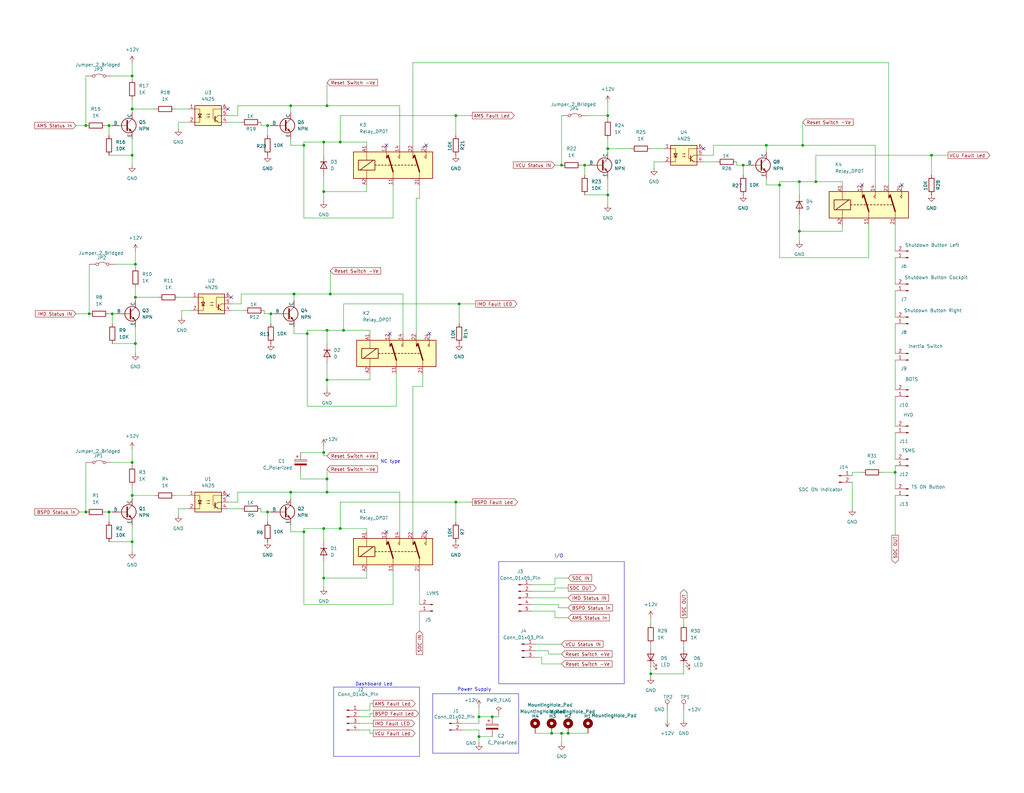
<source format=kicad_sch>
(kicad_sch (version 20231120) (generator "eeschema") (generator_version "8.0")
  (paper "User" 393.7 304.8)
  (title_block (title "SDC Team Urja") (rev "v1") (company "Kathmandu University"))
  (junction (at 34.29 120.65))
  (junction (at 215.9 63.5))
  (junction (at 184.15 275.59))
  (junction (at 313.69 69.85))
  (junction (at 33.02 196.85))
  (junction (at 212.09 281.94))
  (junction (at 124.46 54.61))
  (junction (at 113.03 113.03))
  (junction (at 294.64 55.88))
  (junction (at 104.14 120.65))
  (junction (at 224.79 63.5))
  (junction (at 218.44 281.94))
  (junction (at 125.73 189.23))
  (junction (at 176.53 116.84))
  (junction (at 233.68 74.93))
  (junction (at 127 113.03))
  (junction (at 358.14 59.69))
  (junction (at 41.91 196.85))
  (junction (at 307.34 69.85))
  (junction (at 52.07 132.08))
  (junction (at 308.61 55.88))
  (junction (at 344.17 181.61))
  (junction (at 233.68 44.45))
  (junction (at 50.8 59.69))
  (junction (at 189.23 275.59))
  (junction (at 50.8 41.91))
  (junction (at 118.11 128.27))
  (junction (at 125.73 127))
  (junction (at 50.8 190.5))
  (junction (at 102.87 196.85))
  (junction (at 41.91 48.26))
  (junction (at 233.68 57.15))
  (junction (at 52.07 101.6))
  (junction (at 50.8 208.28))
  (junction (at 50.8 177.8))
  (junction (at 250.19 259.08))
  (junction (at 43.18 120.65))
  (junction (at 50.8 29.21))
  (junction (at 116.84 204.47))
  (junction (at 52.07 114.3))
  (junction (at 175.26 193.04))
  (junction (at 125.73 40.64))
  (junction (at 307.34 88.9))
  (junction (at 184.15 283.21))
  (junction (at 130.81 203.2))
  (junction (at 175.26 44.45))
  (junction (at 130.81 54.61))
  (junction (at 111.76 189.23))
  (junction (at 33.02 48.26))
  (junction (at 125.73 184.15))
  (junction (at 132.08 127))
  (junction (at 116.84 55.88))
  (junction (at 111.76 40.64))
  (junction (at 102.87 48.26))
  (junction (at 125.73 146.05))
  (junction (at 124.46 203.2))
  (junction (at 299.72 71.12))
  (junction (at 124.46 222.25))
  (junction (at 124.46 73.66))
  (junction (at 215.9 281.94))
  (junction (at 285.75 63.5))
  (junction (at 124.46 173.99))
  (no_connect (at 148.59 55.88))
  (no_connect (at 87.63 190.5))
  (no_connect (at 165.1 128.27))
  (no_connect (at 163.83 55.88))
  (no_connect (at 149.86 128.27))
  (no_connect (at 148.59 204.47))
  (no_connect (at 87.63 41.91))
  (no_connect (at 163.83 204.47))
  (no_connect (at 331.47 71.12))
  (no_connect (at 270.51 57.15))
  (no_connect (at 88.9 114.3))
  (no_connect (at 346.71 71.12))
  (wire (pts (xy 210.82 251.46) (xy 210.82 250.19)))
  (wire (pts (xy 256.54 273.05) (xy 256.54 276.86)))
  (wire (pts (xy 43.18 132.08) (xy 52.07 132.08)))
  (wire (pts (xy 115.57 173.99) (xy 124.46 173.99)))
  (wire (pts (xy 50.8 186.69) (xy 50.8 190.5)))
  (wire (pts (xy 130.81 203.2) (xy 130.81 193.04)))
  (wire (pts (xy 233.68 53.34) (xy 233.68 57.15)))
  (wire (pts (xy 125.73 31.75) (xy 125.73 40.64)))
  (wire (pts (xy 142.24 270.51) (xy 143.51 270.51)))
  (wire (pts (xy 124.46 59.69) (xy 124.46 54.61)))
  (wire (pts (xy 125.73 184.15) (xy 125.73 189.23)))
  (wire (pts (xy 224.79 63.5) (xy 226.06 63.5)))
  (wire (pts (xy 323.85 69.85) (xy 323.85 71.12)))
  (wire (pts (xy 50.8 29.21) (xy 50.8 30.48)))
  (wire (pts (xy 102.87 48.26) (xy 104.14 48.26)))
  (wire (pts (xy 283.21 63.5) (xy 285.75 63.5)))
  (wire (pts (xy 212.09 281.94) (xy 215.9 281.94)))
  (wire (pts (xy 294.64 68.58) (xy 294.64 71.12)))
  (wire (pts (xy 100.33 48.26) (xy 100.33 46.99)))
  (wire (pts (xy 154.94 113.03) (xy 154.94 128.27)))
  (wire (pts (xy 204.47 232.41) (xy 214.63 232.41)))
  (wire (pts (xy 130.81 44.45) (xy 175.26 44.45)))
  (wire (pts (xy 142.24 270.51) (xy 142.24 273.05)))
  (wire (pts (xy 140.97 203.2) (xy 140.97 204.47)))
  (wire (pts (xy 130.81 203.2) (xy 140.97 203.2)))
  (wire (pts (xy 29.21 48.26) (xy 33.02 48.26)))
  (wire (pts (xy 41.91 196.85) (xy 43.18 196.85)))
  (wire (pts (xy 153.67 40.64) (xy 153.67 55.88)))
  (wire (pts (xy 327.66 185.42) (xy 327.66 195.58)))
  (wire (pts (xy 151.13 232.41) (xy 116.84 232.41)))
  (wire (pts (xy 251.46 62.23) (xy 251.46 64.77)))
  (wire (pts (xy 87.63 193.04) (xy 91.44 193.04)))
  (wire (pts (xy 41.91 48.26) (xy 43.18 48.26)))
  (wire (pts (xy 50.8 41.91) (xy 50.8 43.18)))
  (wire (pts (xy 50.8 172.72) (xy 50.8 177.8)))
  (wire (pts (xy 87.63 46.99) (xy 92.71 46.99)))
  (wire (pts (xy 138.43 278.13) (xy 143.51 278.13)))
  (wire (pts (xy 124.46 175.26) (xy 125.73 175.26)))
  (wire (pts (xy 213.36 226.06) (xy 213.36 227.33)))
  (wire (pts (xy 142.24 281.94) (xy 143.51 281.94)))
  (wire (pts (xy 102.87 196.85) (xy 102.87 200.66)))
  (wire (pts (xy 142.24 280.67) (xy 138.43 280.67)))
  (wire (pts (xy 41.91 208.28) (xy 50.8 208.28)))
  (wire (pts (xy 124.46 73.66) (xy 124.46 77.47)))
  (wire (pts (xy 307.34 74.93) (xy 307.34 69.85)))
  (wire (pts (xy 250.19 256.54) (xy 250.19 259.08)))
  (wire (pts (xy 344.17 111.76) (xy 344.17 121.92)))
  (wire (pts (xy 50.8 177.8) (xy 50.8 179.07)))
  (wire (pts (xy 102.87 48.26) (xy 102.87 52.07)))
  (wire (pts (xy 115.57 184.15) (xy 125.73 184.15)))
  (wire (pts (xy 124.46 171.45) (xy 124.46 173.99)))
  (wire (pts (xy 336.55 55.88) (xy 336.55 71.12)))
  (wire (pts (xy 132.08 127) (xy 132.08 116.84)))
  (wire (pts (xy 124.46 73.66) (xy 140.97 73.66)))
  (wire (pts (xy 184.15 280.67) (xy 177.8 280.67)))
  (wire (pts (xy 127 113.03) (xy 154.94 113.03)))
  (wire (pts (xy 213.36 237.49) (xy 213.36 234.95)))
  (wire (pts (xy 127 113.03) (xy 113.03 113.03)))
  (wire (pts (xy 184.15 275.59) (xy 189.23 275.59)))
  (wire (pts (xy 29.21 120.65) (xy 34.29 120.65)))
  (wire (pts (xy 68.58 46.99) (xy 68.58 49.53)))
  (wire (pts (xy 233.68 39.37) (xy 233.68 44.45)))
  (wire (pts (xy 204.47 224.79) (xy 213.36 224.79)))
  (wire (pts (xy 161.29 234.95) (xy 161.29 242.57)))
  (wire (pts (xy 160.02 128.27) (xy 160.02 76.2)))
  (wire (pts (xy 142.24 274.32) (xy 142.24 275.59)))
  (wire (pts (xy 132.08 116.84) (xy 176.53 116.84)))
  (wire (pts (xy 125.73 127) (xy 132.08 127)))
  (wire (pts (xy 270.51 59.69) (xy 274.32 59.69)))
  (wire (pts (xy 40.64 48.26) (xy 41.91 48.26)))
  (wire (pts (xy 233.68 57.15) (xy 233.68 58.42)))
  (wire (pts (xy 111.76 40.64) (xy 111.76 43.18)))
  (wire (pts (xy 113.03 125.73) (xy 113.03 128.27)))
  (wire (pts (xy 313.69 69.85) (xy 323.85 69.85)))
  (wire (pts (xy 68.58 195.58) (xy 68.58 198.12)))
  (wire (pts (xy 214.63 233.68) (xy 214.63 232.41)))
  (wire (pts (xy 52.07 101.6) (xy 52.07 102.87)))
  (wire (pts (xy 158.75 148.59) (xy 162.56 148.59)))
  (wire (pts (xy 33.02 29.21) (xy 33.02 48.26)))
  (wire (pts (xy 52.07 96.52) (xy 52.07 101.6)))
  (wire (pts (xy 233.68 57.15) (xy 242.57 57.15)))
  (wire (pts (xy 294.64 71.12) (xy 299.72 71.12)))
  (wire (pts (xy 344.17 166.37) (xy 344.17 176.53)))
  (wire (pts (xy 327.66 181.61) (xy 331.47 181.61)))
  (wire (pts (xy 262.89 259.08) (xy 250.19 259.08)))
  (wire (pts (xy 251.46 62.23) (xy 255.27 62.23)))
  (wire (pts (xy 175.26 44.45) (xy 175.26 52.07)))
  (wire (pts (xy 50.8 24.13) (xy 50.8 29.21)))
  (wire (pts (xy 111.76 201.93) (xy 111.76 204.47)))
  (wire (pts (xy 162.56 143.51) (xy 162.56 148.59)))
  (wire (pts (xy 125.73 40.64) (xy 153.67 40.64)))
  (wire (pts (xy 43.18 29.21) (xy 50.8 29.21)))
  (wire (pts (xy 140.97 54.61) (xy 140.97 55.88)))
  (wire (pts (xy 218.44 237.49) (xy 213.36 237.49)))
  (wire (pts (xy 67.31 190.5) (xy 72.39 190.5)))
  (wire (pts (xy 250.19 247.65) (xy 250.19 248.92)))
  (wire (pts (xy 142.24 274.32) (xy 143.51 274.32)))
  (wire (pts (xy 116.84 204.47) (xy 116.84 232.41)))
  (wire (pts (xy 30.48 196.85) (xy 33.02 196.85)))
  (wire (pts (xy 175.26 193.04) (xy 181.61 193.04)))
  (wire (pts (xy 270.51 62.23) (xy 275.59 62.23)))
  (wire (pts (xy 91.44 44.45) (xy 91.44 40.64)))
  (wire (pts (xy 43.18 177.8) (xy 50.8 177.8)))
  (wire (pts (xy 52.07 114.3) (xy 52.07 115.57)))
  (wire (pts (xy 50.8 38.1) (xy 50.8 41.91)))
  (wire (pts (xy 68.58 114.3) (xy 73.66 114.3)))
  (wire (pts (xy 218.44 222.25) (xy 213.36 222.25)))
  (wire (pts (xy 125.73 139.7) (xy 125.73 146.05)))
  (wire (pts (xy 52.07 132.08) (xy 52.07 135.89)))
  (wire (pts (xy 218.44 226.06) (xy 213.36 226.06)))
  (wire (pts (xy 184.15 278.13) (xy 177.8 278.13)))
  (wire (pts (xy 111.76 55.88) (xy 116.84 55.88)))
  (wire (pts (xy 125.73 132.08) (xy 125.73 127)))
  (wire (pts (xy 213.36 63.5) (xy 215.9 63.5)))
  (wire (pts (xy 52.07 110.49) (xy 52.07 114.3)))
  (wire (pts (xy 104.14 120.65) (xy 104.14 124.46)))
  (wire (pts (xy 161.29 219.71) (xy 161.29 232.41)))
  (wire (pts (xy 111.76 53.34) (xy 111.76 55.88)))
  (wire (pts (xy 226.06 44.45) (xy 233.68 44.45)))
  (wire (pts (xy 100.33 48.26) (xy 102.87 48.26)))
  (wire (pts (xy 91.44 40.64) (xy 111.76 40.64)))
  (wire (pts (xy 124.46 203.2) (xy 130.81 203.2)))
  (wire (pts (xy 118.11 128.27) (xy 118.11 156.21)))
  (wire (pts (xy 104.14 120.65) (xy 105.41 120.65)))
  (wire (pts (xy 125.73 40.64) (xy 111.76 40.64)))
  (wire (pts (xy 262.89 247.65) (xy 262.89 248.92)))
  (wire (pts (xy 69.85 119.38) (xy 73.66 119.38)))
  (wire (pts (xy 323.85 88.9) (xy 323.85 86.36)))
  (wire (pts (xy 223.52 63.5) (xy 224.79 63.5)))
  (wire (pts (xy 205.74 247.65) (xy 215.9 247.65)))
  (wire (pts (xy 140.97 73.66) (xy 140.97 71.12)))
  (wire (pts (xy 130.81 54.61) (xy 140.97 54.61)))
  (wire (pts (xy 307.34 88.9) (xy 307.34 92.71)))
  (wire (pts (xy 204.47 227.33) (xy 213.36 227.33)))
  (wire (pts (xy 158.75 55.88) (xy 158.75 24.13)))
  (wire (pts (xy 91.44 189.23) (xy 111.76 189.23)))
  (wire (pts (xy 307.34 88.9) (xy 323.85 88.9)))
  (wire (pts (xy 116.84 203.2) (xy 116.84 204.47)))
  (wire (pts (xy 41.91 59.69) (xy 50.8 59.69)))
  (wire (pts (xy 118.11 127) (xy 125.73 127)))
  (wire (pts (xy 116.84 203.2) (xy 124.46 203.2)))
  (wire (pts (xy 215.9 281.94) (xy 215.9 285.75)))
  (wire (pts (xy 204.47 234.95) (xy 213.36 234.95)))
  (wire (pts (xy 344.17 181.61) (xy 344.17 187.96)))
  (wire (pts (xy 205.74 281.94) (xy 212.09 281.94)))
  (wire (pts (xy 307.34 69.85) (xy 313.69 69.85)))
  (wire (pts (xy 184.15 285.75) (xy 184.15 283.21)))
  (wire (pts (xy 285.75 63.5) (xy 287.02 63.5)))
  (wire (pts (xy 205.74 250.19) (xy 210.82 250.19)))
  (wire (pts (xy 125.73 189.23) (xy 153.67 189.23)))
  (wire (pts (xy 308.61 55.88) (xy 294.64 55.88)))
  (wire (pts (xy 50.8 41.91) (xy 59.69 41.91)))
  (wire (pts (xy 88.9 116.84) (xy 92.71 116.84)))
  (wire (pts (xy 118.11 127) (xy 118.11 128.27)))
  (wire (pts (xy 101.6 120.65) (xy 101.6 119.38)))
  (wire (pts (xy 124.46 173.99) (xy 124.46 175.26)))
  (wire (pts (xy 189.23 275.59) (xy 191.77 275.59)))
  (wire (pts (xy 43.18 120.65) (xy 44.45 120.65)))
  (wire (pts (xy 175.26 44.45) (xy 181.61 44.45)))
  (wire (pts (xy 111.76 204.47) (xy 116.84 204.47)))
  (wire (pts (xy 125.73 189.23) (xy 111.76 189.23)))
  (wire (pts (xy 50.8 190.5) (xy 50.8 191.77)))
  (wire (pts (xy 262.89 273.05) (xy 262.89 276.86)))
  (wire (pts (xy 307.34 82.55) (xy 307.34 88.9)))
  (wire (pts (xy 125.73 146.05) (xy 142.24 146.05)))
  (wire (pts (xy 100.33 196.85) (xy 102.87 196.85)))
  (wire (pts (xy 160.02 76.2) (xy 161.29 76.2)))
  (wire (pts (xy 215.9 255.27) (xy 208.28 255.27)))
  (wire (pts (xy 100.33 196.85) (xy 100.33 195.58)))
  (wire (pts (xy 250.19 57.15) (xy 255.27 57.15)))
  (wire (pts (xy 34.29 101.6) (xy 34.29 120.65)))
  (wire (pts (xy 334.01 86.36) (xy 334.01 99.06)))
  (wire (pts (xy 142.24 275.59) (xy 138.43 275.59)))
  (wire (pts (xy 294.64 55.88) (xy 294.64 58.42)))
  (wire (pts (xy 124.46 222.25) (xy 140.97 222.25)))
  (wire (pts (xy 344.17 152.4) (xy 344.17 163.83)))
  (wire (pts (xy 184.15 275.59) (xy 184.15 278.13)))
  (wire (pts (xy 125.73 146.05) (xy 125.73 149.86)))
  (wire (pts (xy 250.19 259.08) (xy 250.19 260.35)))
  (wire (pts (xy 313.69 69.85) (xy 313.69 59.69)))
  (wire (pts (xy 215.9 44.45) (xy 215.9 63.5)))
  (wire (pts (xy 215.9 281.94) (xy 218.44 281.94)))
  (wire (pts (xy 262.89 237.49) (xy 262.89 240.03)))
  (wire (pts (xy 67.31 41.91) (xy 72.39 41.91)))
  (wire (pts (xy 115.57 181.61) (xy 115.57 184.15)))
  (wire (pts (xy 50.8 208.28) (xy 50.8 212.09)))
  (wire (pts (xy 116.84 55.88) (xy 116.84 83.82)))
  (wire (pts (xy 158.75 24.13) (xy 341.63 24.13)))
  (wire (pts (xy 334.01 99.06) (xy 299.72 99.06)))
  (wire (pts (xy 50.8 53.34) (xy 50.8 59.69)))
  (wire (pts (xy 132.08 127) (xy 142.24 127)))
  (wire (pts (xy 130.81 54.61) (xy 130.81 44.45)))
  (wire (pts (xy 218.44 281.94) (xy 226.06 281.94)))
  (wire (pts (xy 102.87 196.85) (xy 104.14 196.85)))
  (wire (pts (xy 116.84 54.61) (xy 124.46 54.61)))
  (wire (pts (xy 41.91 120.65) (xy 43.18 120.65)))
  (wire (pts (xy 111.76 189.23) (xy 111.76 191.77)))
  (wire (pts (xy 151.13 219.71) (xy 151.13 232.41)))
  (wire (pts (xy 308.61 46.99) (xy 308.61 55.88)))
  (wire (pts (xy 299.72 71.12) (xy 299.72 99.06)))
  (wire (pts (xy 153.67 189.23) (xy 153.67 204.47)))
  (wire (pts (xy 299.72 69.85) (xy 299.72 71.12)))
  (wire (pts (xy 274.32 55.88) (xy 294.64 55.88)))
  (wire (pts (xy 124.46 54.61) (xy 130.81 54.61)))
  (wire (pts (xy 68.58 46.99) (xy 72.39 46.99)))
  (wire (pts (xy 41.91 48.26) (xy 41.91 52.07)))
  (wire (pts (xy 213.36 222.25) (xy 213.36 224.79)))
  (wire (pts (xy 358.14 59.69) (xy 364.49 59.69)))
  (wire (pts (xy 344.17 205.74) (xy 344.17 190.5)))
  (wire (pts (xy 161.29 71.12) (xy 161.29 76.2)))
  (wire (pts (xy 50.8 201.93) (xy 50.8 208.28)))
  (wire (pts (xy 344.17 124.46) (xy 344.17 135.89)))
  (wire (pts (xy 113.03 128.27) (xy 118.11 128.27)))
  (wire (pts (xy 184.15 283.21) (xy 184.15 280.67)))
  (wire (pts (xy 151.13 71.12) (xy 151.13 83.82)))
  (wire (pts (xy 124.46 222.25) (xy 124.46 226.06)))
  (wire (pts (xy 233.68 74.93) (xy 233.68 78.74)))
  (wire (pts (xy 176.53 116.84) (xy 182.88 116.84)))
  (wire (pts (xy 88.9 119.38) (xy 93.98 119.38)))
  (wire (pts (xy 299.72 69.85) (xy 307.34 69.85)))
  (wire (pts (xy 204.47 229.87) (xy 218.44 229.87)))
  (wire (pts (xy 218.44 233.68) (xy 214.63 233.68)))
  (wire (pts (xy 50.8 190.5) (xy 59.69 190.5)))
  (wire (pts (xy 113.03 113.03) (xy 113.03 115.57)))
  (wire (pts (xy 152.4 143.51) (xy 152.4 156.21)))
  (wire (pts (xy 87.63 195.58) (xy 92.71 195.58)))
  (wire (pts (xy 341.63 24.13) (xy 341.63 71.12)))
  (wire (pts (xy 191.77 274.32) (xy 191.77 275.59)))
  (wire (pts (xy 208.28 255.27) (xy 208.28 252.73)))
  (wire (pts (xy 43.18 120.65) (xy 43.18 124.46)))
  (wire (pts (xy 250.19 237.49) (xy 250.19 240.03)))
  (wire (pts (xy 91.44 193.04) (xy 91.44 189.23)))
  (wire (pts (xy 262.89 256.54) (xy 262.89 259.08)))
  (wire (pts (xy 124.46 67.31) (xy 124.46 73.66)))
  (wire (pts (xy 283.21 63.5) (xy 283.21 62.23)))
  (wire (pts (xy 142.24 281.94) (xy 142.24 280.67)))
  (wire (pts (xy 233.68 44.45) (xy 233.68 45.72)))
  (wire (pts (xy 215.9 251.46) (xy 210.82 251.46)))
  (wire (pts (xy 224.79 63.5) (xy 224.79 67.31)))
  (wire (pts (xy 176.53 116.84) (xy 176.53 124.46)))
  (wire (pts (xy 205.74 252.73) (xy 208.28 252.73)))
  (wire (pts (xy 41.91 196.85) (xy 41.91 200.66)))
  (wire (pts (xy 92.71 116.84) (xy 92.71 113.03)))
  (wire (pts (xy 40.64 196.85) (xy 41.91 196.85)))
  (wire (pts (xy 116.84 54.61) (xy 116.84 55.88)))
  (wire (pts (xy 274.32 59.69) (xy 274.32 55.88)))
  (wire (pts (xy 344.17 179.07) (xy 344.17 181.61)))
  (wire (pts (xy 69.85 119.38) (xy 69.85 121.92)))
  (wire (pts (xy 142.24 146.05) (xy 142.24 143.51)))
  (wire (pts (xy 151.13 83.82) (xy 116.84 83.82)))
  (wire (pts (xy 33.02 177.8) (xy 33.02 196.85)))
  (wire (pts (xy 44.45 101.6) (xy 52.07 101.6)))
  (wire (pts (xy 124.46 215.9) (xy 124.46 222.25)))
  (wire (pts (xy 344.17 99.06) (xy 344.17 109.22)))
  (wire (pts (xy 130.81 193.04) (xy 175.26 193.04)))
  (wire (pts (xy 285.75 63.5) (xy 285.75 67.31)))
  (wire (pts (xy 308.61 55.88) (xy 336.55 55.88)))
  (wire (pts (xy 142.24 127) (xy 142.24 128.27)))
  (wire (pts (xy 87.63 44.45) (xy 91.44 44.45)))
  (wire (pts (xy 339.09 181.61) (xy 344.17 181.61)))
  (wire (pts (xy 50.8 59.69) (xy 50.8 63.5)))
  (wire (pts (xy 125.73 180.34) (xy 125.73 184.15)))
  (wire (pts (xy 101.6 120.65) (xy 104.14 120.65)))
  (wire (pts (xy 344.17 86.36) (xy 344.17 96.52)))
  (wire (pts (xy 52.07 125.73) (xy 52.07 132.08)))
  (wire (pts (xy 233.68 68.58) (xy 233.68 74.93)))
  (wire (pts (xy 52.07 114.3) (xy 60.96 114.3)))
  (wire (pts (xy 327.66 181.61) (xy 327.66 182.88)))
  (wire (pts (xy 313.69 59.69) (xy 358.14 59.69)))
  (wire (pts (xy 184.15 283.21) (xy 189.23 283.21)))
  (wire (pts (xy 68.58 195.58) (xy 72.39 195.58)))
  (wire (pts (xy 140.97 222.25) (xy 140.97 219.71)))
  (wire (pts (xy 92.71 113.03) (xy 113.03 113.03)))
  (wire (pts (xy 184.15 271.78) (xy 184.15 275.59)))
  (wire (pts (xy 142.24 273.05) (xy 138.43 273.05)))
  (wire (pts (xy 127 104.14) (xy 127 113.03)))
  (wire (pts (xy 124.46 208.28) (xy 124.46 203.2)))
  (wire (pts (xy 158.75 204.47) (xy 158.75 148.59)))
  (wire (pts (xy 175.26 193.04) (xy 175.26 200.66)))
  (wire (pts (xy 358.14 59.69) (xy 358.14 67.31)))
  (wire (pts (xy 224.79 74.93) (xy 233.68 74.93)))
  (wire (pts (xy 344.17 138.43) (xy 344.17 149.86)))
  (wire (pts (xy 152.4 156.21) (xy 118.11 156.21)))
  (rectangle (start 191.77 215.9) (end 240.03 262.89))
  (rectangle (start 166.37 266.7) (end 199.39 289.56))
  (rectangle (start 128.27 264.16) (end 161.29 290.83))
  (text "NC type\n" (at 150.114 177.546 0) (effects (font (size 1.27 1.27))))
  (text "I/O\n" (at 214.884 213.868 0) (effects (font (size 1.27 1.27))))
  (text "Dashboard Led" (at 143.764 263.144 0) (effects (font (size 1.27 1.27))))
  (text "Power Supply\n" (at 182.372 265.176 0) (effects (font (size 1.27 1.27))))
  (global_label "AMS Fault Led" (shape output) (at 181.61 44.45 0) (property "Intersheetrefs" "${INTERSHEET_REFS}" (effects (hide yes))))
  (global_label "IMD Status IN" (shape input) (at 29.21 120.65 180) (property "Intersheetrefs" "${INTERSHEET_REFS}" (effects (hide yes))))
  (global_label "BSPD Fault Led" (shape output) (at 181.61 193.04 0) (property "Intersheetrefs" "${INTERSHEET_REFS}" (effects (hide yes))))
  (global_label "SDC IN" (shape input) (at 218.44 222.25 0) (property "Intersheetrefs" "${INTERSHEET_REFS}" (effects (hide yes))))
  (global_label "BSPD Fault Led" (shape output) (at 143.51 274.32 0) (property "Intersheetrefs" "${INTERSHEET_REFS}" (effects (hide yes))))
  (global_label "Reset Switch -Ve" (shape input) (at 127 104.14 0) (property "Intersheetrefs" "${INTERSHEET_REFS}" (effects (hide yes))))
  (global_label "Reset Switch -Ve" (shape input) (at 125.73 180.34 0) (property "Intersheetrefs" "${INTERSHEET_REFS}" (effects (hide yes))))
  (global_label "VCU Fault Led" (shape output) (at 364.49 59.69 0) (property "Intersheetrefs" "${INTERSHEET_REFS}" (effects (hide yes))))
  (global_label "AMS Status In" (shape input) (at 218.44 237.49 0) (property "Intersheetrefs" "${INTERSHEET_REFS}" (effects (hide yes))))
  (global_label "VCU Status IN" (shape input) (at 215.9 247.65 0) (property "Intersheetrefs" "${INTERSHEET_REFS}" (effects (hide yes))))
  (global_label "IMD Status IN" (shape input) (at 218.44 229.87 0) (property "Intersheetrefs" "${INTERSHEET_REFS}" (effects (hide yes))))
  (global_label "BSPD Status in" (shape input) (at 30.48 196.85 180) (property "Intersheetrefs" "${INTERSHEET_REFS}" (effects (hide yes))))
  (global_label "Reset Switch -Ve" (shape input) (at 308.61 46.99 0) (property "Intersheetrefs" "${INTERSHEET_REFS}" (effects (hide yes))))
  (global_label "VCU Fault Led" (shape output) (at 143.51 281.94 0) (property "Intersheetrefs" "${INTERSHEET_REFS}" (effects (hide yes))))
  (global_label "AMS Fault Led" (shape output) (at 143.51 270.51 0) (property "Intersheetrefs" "${INTERSHEET_REFS}" (effects (hide yes))))
  (global_label "IMD Fault LED" (shape output) (at 143.51 278.13 0) (property "Intersheetrefs" "${INTERSHEET_REFS}" (effects (hide yes))))
  (global_label "Reset Switch -Ve" (shape input) (at 125.73 31.75 0) (property "Intersheetrefs" "${INTERSHEET_REFS}" (effects (hide yes))))
  (global_label "SDC OUT" (shape output) (at 262.89 237.49 90) (property "Intersheetrefs" "${INTERSHEET_REFS}" (effects (hide yes))))
  (global_label "VCU Status IN" (shape input) (at 213.36 63.5 180) (property "Intersheetrefs" "${INTERSHEET_REFS}" (effects (hide yes))))
  (global_label "Reset Switch +Ve" (shape input) (at 125.73 175.26 0) (property "Intersheetrefs" "${INTERSHEET_REFS}" (effects (hide yes))))
  (global_label "Reset Switch -Ve" (shape input) (at 215.9 255.27 0) (property "Intersheetrefs" "${INTERSHEET_REFS}" (effects (hide yes))))
  (global_label "AMS Status In" (shape input) (at 29.21 48.26 180) (property "Intersheetrefs" "${INTERSHEET_REFS}" (effects (hide yes))))
  (global_label "BSPD Status in" (shape input) (at 218.44 233.68 0) (property "Intersheetrefs" "${INTERSHEET_REFS}" (effects (hide yes))))
  (global_label "Reset Switch +Ve" (shape input) (at 215.9 251.46 0) (property "Intersheetrefs" "${INTERSHEET_REFS}" (effects (hide yes))))
  (global_label "SDC OUT" (shape output) (at 218.44 226.06 0) (property "Intersheetrefs" "${INTERSHEET_REFS}" (effects (hide yes))))
  (global_label "SDC OUT" (shape output) (at 344.17 205.74 270) (property "Intersheetrefs" "${INTERSHEET_REFS}" (effects (hide yes))))
  (global_label "SDC IN" (shape input) (at 161.29 242.57 270) (property "Intersheetrefs" "${INTERSHEET_REFS}" (effects (hide yes))))
  (global_label "IMD Fault LED" (shape output) (at 182.88 116.84 0) (property "Intersheetrefs" "${INTERSHEET_REFS}" (effects (hide yes))))
  (symbol (lib_id "Connector:Conn_01x02_Pin") (at 349.25 111.76 180) (unit 1)
    (property "Reference" "J7" (at 347.472 115.062 0))
    (property "Value" "Shutdown Button Cockpit" (at 359.918 106.68 0))
    (property "Footprint" "Connector_PinHeader_2.54mm:PinHeader_1x02_P2.54mm_Vertical" (effects (hide yes)))
    (property "Description" "Generic connector, single row, 01x02, script generated" (effects (hide yes)))
  )
  (symbol (lib_id "power:GND") (at 102.87 59.69 0) (unit 1)
    (property "Reference" "#PWR021" (effects (hide yes)))
    (property "Value" "GND" (at 102.87 64.77 0))
    (property "Description" "Power symbol creates a global label with name \"GND\" , ground" (effects (hide yes)))
  )
  (symbol (lib_id "Device:LED") (at 262.89 252.73 90) (unit 1)
    (property "Reference" "D6" (at 266.7 253.0474 90) (effects (justify right)))
    (property "Value" "LED" (at 266.7 255.5874 90) (effects (justify right)))
    (property "Footprint" "LED_THT:LED_D4.0mm" (effects (hide yes)))
    (property "Description" "Light emitting diode" (effects (hide yes)))
  )
  (symbol (lib_id "Device:R") (at 96.52 46.99 270) (unit 1)
    (property "Reference" "R19" (at 96.52 49.53 90))
    (property "Value" "1K" (at 96.266 44.704 90))
    (property "Footprint" "Resistor_THT:R_Axial_DIN0207_L6.3mm_D2.5mm_P7.62mm_Horizontal" (effects (hide yes)))
    (property "Description" "Resistor" (effects (hide yes)))
  )
  (symbol (lib_id "Connector:Conn_01x05_Pin") (at 199.39 229.87 0) (unit 1)
    (property "Reference" "J3" (at 200.025 219.71 0))
    (property "Value" "Conn_01x05_Pin" (at 200.025 222.25 0))
    (property "Footprint" "Connector_PinHeader_2.54mm:PinHeader_1x05_P2.54mm_Vertical" (effects (hide yes)))
    (property "Description" "Generic connector, single row, 01x05, script generated" (effects (hide yes)))
  )
  (symbol (lib_id "Device:C_Polarized") (at 115.57 177.8 0) (unit 1)
    (property "Reference" "C1" (at 106.934 177.292 0) (effects (justify left)))
    (property "Value" "C_Polarized" (at 101.092 179.832 0) (effects (justify left)))
    (property "Footprint" "Capacitor_THT:CP_Radial_D12.5mm_P7.50mm" (effects (hide yes)))
    (property "Description" "Polarized capacitor" (effects (hide yes)))
  )
  (symbol (lib_id "Connector:Conn_01x02_Pin") (at 349.25 166.37 180) (unit 1)
    (property "Reference" "J11" (at 347.472 169.672 0))
    (property "Value" "HVD" (at 349.25 159.512 0))
    (property "Footprint" "Connector_PinHeader_2.54mm:PinHeader_1x02_P2.54mm_Vertical" (effects (hide yes)))
    (property "Description" "Generic connector, single row, 01x02, script generated" (effects (hide yes)))
  )
  (symbol (lib_id "Device:R") (at 102.87 55.88 0) (unit 1)
    (property "Reference" "R20" (at 98.552 56.134 0) (effects (justify left)))
    (property "Value" "10K" (at 105.156 55.88 0) (effects (justify left)))
    (property "Footprint" "Resistor_THT:R_Axial_DIN0207_L6.3mm_D2.5mm_P7.62mm_Horizontal" (effects (hide yes)))
    (property "Description" "Resistor" (effects (hide yes)))
  )
  (symbol (lib_id "Device:R") (at 36.83 48.26 90) (unit 1)
    (property "Reference" "R15" (at 36.83 41.91 90))
    (property "Value" "1K" (at 36.83 44.45 90))
    (property "Footprint" "Resistor_THT:R_Axial_DIN0207_L6.3mm_D2.5mm_P7.62mm_Horizontal" (effects (hide yes)))
    (property "Description" "Resistor" (effects (hide yes)))
  )
  (symbol (lib_id "Relay:Relay_DPDT") (at 151.13 212.09 0) (unit 1)
    (property "Reference" "K1" (at 138.176 196.596 0) (effects (justify left)))
    (property "Value" "Relay_DPDT" (at 138.176 199.136 0) (effects (justify left)))
    (property "Footprint" "Relay_THT:Relay_DPDT_Finder_40.52" (effects (hide yes)))
    (property "Description" "Monostable Relay DPDT, EN50005 " (effects (hide yes)))
  )
  (symbol (lib_id "Connector:Conn_01x02_Pin") (at 322.58 182.88 0) (unit 1)
    (property "Reference" "J14" (at 324.358 179.578 0))
    (property "Value" "SDC ON Indicator" (at 315.468 188.214 0))
    (property "Footprint" "Connector_PinHeader_2.54mm:PinHeader_1x02_P2.54mm_Vertical" (effects (hide yes)))
    (property "Description" "Generic connector, single row, 01x02, script generated" (effects (hide yes)))
  )
  (symbol (lib_id "Connector:Conn_01x04_Pin") (at 133.35 275.59 0) (unit 1)
    (property "Reference" "J2" (at 138.684 265.176 0))
    (property "Value" "Conn_01x04_Pin" (at 137.668 266.954 0))
    (property "Footprint" "Connector_PinHeader_2.54mm:PinHeader_1x04_P2.54mm_Vertical" (effects (hide yes)))
    (property "Description" "Generic connector, single row, 01x04, script generated" (effects (hide yes)))
  )
  (symbol (lib_id "power:GND") (at 125.73 149.86 0) (unit 1)
    (property "Reference" "#PWR015" (effects (hide yes)))
    (property "Value" "GND" (at 125.73 154.94 0))
    (property "Description" "Power symbol creates a global label with name \"GND\" , ground" (effects (hide yes)))
  )
  (symbol (lib_id "Isolator:4N25") (at 81.28 116.84 0) (unit 1)
    (property "Reference" "U2" (at 81.28 107.95 0))
    (property "Value" "4N25" (at 81.28 110.49 0))
    (property "Footprint" "Package_DIP:DIP-6_W7.62mm" (effects (hide yes)))
    (property "Datasheet" "https://www.vishay.com/docs/83725/4n25.pdf" (effects (hide yes)))
    (property "Description" "DC Optocoupler Base Connected, Vce 30V, CTR 20%, Viso 2500V, DIP6" (effects (hide yes)))
  )
  (symbol (lib_id "Device:R") (at 63.5 190.5 270) (unit 1)
    (property "Reference" "R4" (at 63.5 184.15 90))
    (property "Value" "1K" (at 63.5 186.69 90))
    (property "Footprint" "Resistor_THT:R_Axial_DIN0207_L6.3mm_D2.5mm_P7.62mm_Horizontal" (effects (hide yes)))
    (property "Description" "Resistor" (effects (hide yes)))
  )
  (symbol (lib_id "Device:R") (at 63.5 41.91 270) (unit 1)
    (property "Reference" "R18" (at 63.5 35.56 90))
    (property "Value" "1K" (at 63.5 38.1 90))
    (property "Footprint" "Resistor_THT:R_Axial_DIN0207_L6.3mm_D2.5mm_P7.62mm_Horizontal" (effects (hide yes)))
    (property "Description" "Resistor" (effects (hide yes)))
  )
  (symbol (lib_id "Connector:Conn_01x02_Pin") (at 172.72 278.13 0) (unit 1)
    (property "Reference" "J1" (at 175.26 273.304 0))
    (property "Value" "Conn_01x02_Pin" (at 174.752 275.59 0))
    (property "Footprint" "Connector_PinHeader_2.54mm:PinHeader_1x02_P2.54mm_Vertical" (effects (hide yes)))
    (property "Description" "Generic connector, single row, 01x02, script generated" (effects (hide yes)))
  )
  (symbol (lib_id "Device:LED") (at 250.19 252.73 90) (unit 1)
    (property "Reference" "D5" (at 254 253.0474 90) (effects (justify right)))
    (property "Value" "LED" (at 254 255.5874 90) (effects (justify right)))
    (property "Footprint" "LED_THT:LED_D4.0mm" (effects (hide yes)))
    (property "Description" "Light emitting diode" (effects (hide yes)))
  )
  (symbol (lib_id "Device:D") (at 124.46 212.09 270) (unit 1)
    (property "Reference" "D1" (at 127 210.8199 90) (effects (justify left)))
    (property "Value" "D" (at 127 213.3599 90) (effects (justify left)))
    (property "Footprint" "Diode_THT:D_A-405_P7.62mm_Horizontal" (effects (hide yes)))
    (property "Description" "Diode" (effects (hide yes)))
    (property "Sim.Device" "D" (effects (hide yes)))
    (property "Sim.Pins" "1=K 2=A" (effects (hide yes)))
  )
  (symbol (lib_id "Connector:Conn_01x02_Pin") (at 349.25 99.06 180) (unit 1)
    (property "Reference" "J6" (at 347.472 102.362 0))
    (property "Value" "Shutdown Button Left" (at 358.394 94.234 0))
    (property "Footprint" "Connector_PinHeader_2.54mm:PinHeader_1x02_P2.54mm_Vertical" (effects (hide yes)))
    (property "Description" "Generic connector, single row, 01x02, script generated" (effects (hide yes)))
  )
  (symbol (lib_id "Device:R") (at 175.26 55.88 0) (unit 1)
    (property "Reference" "R21" (at 177.8 55.88 90))
    (property "Value" "10K" (at 172.974 56.134 90))
    (property "Footprint" "Resistor_THT:R_Axial_DIN0207_L6.3mm_D2.5mm_P7.62mm_Horizontal" (effects (hide yes)))
    (property "Description" "Resistor" (effects (hide yes)))
  )
  (symbol (lib_id "Connector:Conn_01x02_Pin") (at 349.25 179.07 180) (unit 1)
    (property "Reference" "J12" (at 347.472 182.372 0))
    (property "Value" "TSMS" (at 349.25 173.228 0))
    (property "Footprint" "Connector_PinHeader_2.54mm:PinHeader_1x02_P2.54mm_Vertical" (effects (hide yes)))
    (property "Description" "Generic connector, single row, 01x02, script generated" (effects (hide yes)))
  )
  (symbol (lib_id "Device:R") (at 97.79 119.38 270) (unit 1)
    (property "Reference" "R12" (at 97.79 121.92 90))
    (property "Value" "1K" (at 97.536 117.094 90))
    (property "Footprint" "Resistor_THT:R_Axial_DIN0207_L6.3mm_D2.5mm_P7.62mm_Horizontal" (effects (hide yes)))
    (property "Description" "Resistor" (effects (hide yes)))
  )
  (symbol (lib_id "power:PWR_FLAG") (at 191.77 274.32 0) (unit 1)
    (property "Reference" "#FLG01" (effects (hide yes)))
    (property "Value" "PWR_FLAG" (at 191.77 269.24 0))
    (property "Description" "Special symbol for telling ERC where power comes from" (effects (hide yes)))
  )
  (symbol (lib_id "power:GND") (at 124.46 77.47 0) (unit 1)
    (property "Reference" "#PWR023" (effects (hide yes)))
    (property "Value" "GND" (at 124.46 82.55 0))
    (property "Description" "Power symbol creates a global label with name \"GND\" , ground" (effects (hide yes)))
  )
  (symbol (lib_id "Device:R") (at 246.38 57.15 270) (unit 1)
    (property "Reference" "R25" (at 246.38 50.8 90))
    (property "Value" "1K" (at 246.38 53.34 90))
    (property "Footprint" "Resistor_THT:R_Axial_DIN0207_L6.3mm_D2.5mm_P7.62mm_Horizontal" (effects (hide yes)))
    (property "Description" "Resistor" (effects (hide yes)))
  )
  (symbol (lib_id "Connector:TestPoint") (at 262.89 273.05 0) (unit 1)
    (property "Reference" "TP1" (at 261.62 267.97 0) (effects (justify left)))
    (property "Value" "+12V" (at 264.16 272.796 0) (effects (justify left)))
    (property "Footprint" "TestPoint:TestPoint_Pad_1.0x1.0mm" (effects (hide yes)))
    (property "Description" "test point" (effects (hide yes)))
  )
  (symbol (lib_id "power:GND") (at 215.9 285.75 0) (mirror y) (unit 1)
    (property "Reference" "#PWR020" (effects (hide yes)))
    (property "Value" "GND" (at 215.9 290.83 0))
    (property "Description" "Power symbol creates a global label with name \"GND\" , ground" (effects (hide yes)))
  )
  (symbol (lib_id "Jumper:Jumper_2_Bridged") (at 39.37 101.6 0) (unit 1) (exclude_from_sim yes)
    (property "Reference" "JP2" (at 39.116 99.06 0))
    (property "Value" "Jumper_2_Bridged" (at 38.862 97.282 0))
    (property "Footprint" "Connector_PinHeader_2.54mm:PinHeader_1x02_P2.54mm_Vertical" (effects (hide yes)))
    (property "Description" "Jumper, 2-pole, closed/bridged" (effects (hide yes)))
  )
  (symbol (lib_id "Device:R") (at 175.26 204.47 0) (unit 1)
    (property "Reference" "R7" (at 177.8 204.47 90))
    (property "Value" "10K" (at 172.974 204.724 90))
    (property "Footprint" "Resistor_THT:R_Axial_DIN0207_L6.3mm_D2.5mm_P7.62mm_Horizontal" (effects (hide yes)))
    (property "Description" "Resistor" (effects (hide yes)))
  )
  (symbol (lib_id "power:GND") (at 251.46 64.77 0) (unit 1)
    (property "Reference" "#PWR029" (effects (hide yes)))
    (property "Value" "GND" (at 251.46 69.85 0))
    (property "Description" "Power symbol creates a global label with name \"GND\" , ground" (effects (hide yes)))
  )
  (symbol (lib_id "power:GND") (at 175.26 208.28 0) (unit 1)
    (property "Reference" "#PWR05" (effects (hide yes)))
    (property "Value" "GND" (at 175.26 213.36 0))
    (property "Description" "Power symbol creates a global label with name \"GND\" , ground" (effects (hide yes)))
  )
  (symbol (lib_id "Jumper:Jumper_2_Bridged") (at 38.1 177.8 0) (unit 1) (exclude_from_sim yes)
    (property "Reference" "JP1" (at 37.846 175.26 0))
    (property "Value" "Jumper_2_Bridged" (at 37.592 173.482 0))
    (property "Footprint" "Connector_PinHeader_2.54mm:PinHeader_1x02_P2.54mm_Vertical" (effects (hide yes)))
    (property "Description" "Jumper, 2-pole, closed/bridged" (effects (hide yes)))
  )
  (symbol (lib_id "Device:R") (at 279.4 62.23 270) (unit 1)
    (property "Reference" "R26" (at 279.4 64.77 90))
    (property "Value" "1K" (at 279.146 59.944 90))
    (property "Footprint" "Resistor_THT:R_Axial_DIN0207_L6.3mm_D2.5mm_P7.62mm_Horizontal" (effects (hide yes)))
    (property "Description" "Resistor" (effects (hide yes)))
  )
  (symbol (lib_id "power:GND") (at 285.75 74.93 0) (unit 1)
    (property "Reference" "#PWR030" (effects (hide yes)))
    (property "Value" "GND" (at 285.75 80.01 0))
    (property "Description" "Power symbol creates a global label with name \"GND\" , ground" (effects (hide yes)))
  )
  (symbol (lib_id "Isolator:4N25") (at 262.89 59.69 0) (unit 1)
    (property "Reference" "U4" (at 262.89 50.8 0))
    (property "Value" "4N25" (at 262.89 53.34 0))
    (property "Footprint" "Package_DIP:DIP-6_W7.62mm" (effects (hide yes)))
    (property "Datasheet" "https://www.vishay.com/docs/83725/4n25.pdf" (effects (hide yes)))
    (property "Description" "DC Optocoupler Base Connected, Vce 30V, CTR 20%, Viso 2500V, DIP6" (effects (hide yes)))
  )
  (symbol (lib_id "Simulation_SPICE:NPN") (at 109.22 48.26 0) (unit 1)
    (property "Reference" "Q6" (at 114.3 46.9899 0) (effects (justify left)))
    (property "Value" "NPN" (at 114.3 49.5299 0) (effects (justify left)))
    (property "Footprint" "Package_TO_SOT_THT:TO-92_Inline_Wide" (effects (hide yes)))
    (property "Datasheet" "https://ngspice.sourceforge.io/docs/ngspice-html-manual/manual.xhtml#cha_BJTs" (effects (hide yes)))
    (property "Description" "Bipolar transistor symbol for simulation only, substrate tied to the emitter" (effects (hide yes)))
    (property "Sim.Device" "NPN" (effects (hide yes)))
    (property "Sim.Type" "GUMMELPOON" (effects (hide yes)))
    (property "Sim.Pins" "1=C 2=B 3=E" (effects (hide yes)))
  )
  (symbol (lib_id "power:GND") (at 262.89 276.86 0) (unit 1)
    (property "Reference" "#PWR026" (effects (hide yes)))
    (property "Value" "GND" (at 262.89 281.94 0))
    (property "Description" "Power symbol creates a global label with name \"GND\" , ground" (effects (hide yes)))
  )
  (symbol (lib_id "Connector:TestPoint") (at 256.54 273.05 0) (unit 1)
    (property "Reference" "TP2" (at 255.016 267.97 0) (effects (justify left)))
    (property "Value" "GND" (at 251.46 272.796 0) (effects (justify left)))
    (property "Footprint" "TestPoint:TestPoint_Pad_1.0x1.0mm" (effects (hide yes)))
    (property "Description" "test point" (effects (hide yes)))
  )
  (symbol (lib_id "Relay:Relay_DPDT") (at 152.4 135.89 0) (unit 1)
    (property "Reference" "K2" (at 139.446 120.396 0) (effects (justify left)))
    (property "Value" "Relay_DPDT" (at 139.446 122.936 0) (effects (justify left)))
    (property "Footprint" "Relay_THT:Relay_DPDT_Finder_40.52" (effects (hide yes)))
    (property "Description" "Monostable Relay DPDT, EN50005 " (effects (hide yes)))
  )
  (symbol (lib_id "power:+12V") (at 124.46 171.45 0) (unit 1)
    (property "Reference" "#PWR01" (effects (hide yes)))
    (property "Value" "+12V" (at 127.254 168.91 0))
    (property "Description" "Power symbol creates a global label with name \"+12V\"" (effects (hide yes)))
  )
  (symbol (lib_id "power:GND") (at 52.07 135.89 0) (unit 1)
    (property "Reference" "#PWR011" (effects (hide yes)))
    (property "Value" "GND" (at 52.07 140.97 0))
    (property "Description" "Power symbol creates a global label with name \"GND\" , ground" (effects (hide yes)))
  )
  (symbol (lib_id "Simulation_SPICE:NPN") (at 110.49 120.65 0) (unit 1)
    (property "Reference" "Q4" (at 115.57 119.3799 0) (effects (justify left)))
    (property "Value" "NPN" (at 115.57 121.9199 0) (effects (justify left)))
    (property "Footprint" "Package_TO_SOT_THT:TO-92_Inline_Wide" (effects (hide yes)))
    (property "Datasheet" "https://ngspice.sourceforge.io/docs/ngspice-html-manual/manual.xhtml#cha_BJTs" (effects (hide yes)))
    (property "Description" "Bipolar transistor symbol for simulation only, substrate tied to the emitter" (effects (hide yes)))
    (property "Sim.Device" "NPN" (effects (hide yes)))
    (property "Sim.Type" "GUMMELPOON" (effects (hide yes)))
    (property "Sim.Pins" "1=C 2=B 3=E" (effects (hide yes)))
  )
  (symbol (lib_id "power:GND") (at 175.26 59.69 0) (unit 1)
    (property "Reference" "#PWR024" (effects (hide yes)))
    (property "Value" "GND" (at 175.26 64.77 0))
    (property "Description" "Power symbol creates a global label with name \"GND\" , ground" (effects (hide yes)))
  )
  (symbol (lib_id "Device:R") (at 285.75 71.12 0) (unit 1)
    (property "Reference" "R27" (at 281.432 71.374 0) (effects (justify left)))
    (property "Value" "10K" (at 288.036 71.12 0) (effects (justify left)))
    (property "Footprint" "Resistor_THT:R_Axial_DIN0207_L6.3mm_D2.5mm_P7.62mm_Horizontal" (effects (hide yes)))
    (property "Description" "Resistor" (effects (hide yes)))
  )
  (symbol (lib_id "power:+12V") (at 233.68 39.37 0) (unit 1)
    (property "Reference" "#PWR027" (effects (hide yes)))
    (property "Value" "+12V" (at 233.68 34.29 0))
    (property "Description" "Power symbol creates a global label with name \"+12V\"" (effects (hide yes)))
  )
  (symbol (lib_id "Device:R") (at 335.28 181.61 90) (unit 1)
    (property "Reference" "R31" (at 335.28 175.26 90))
    (property "Value" "1K" (at 335.28 177.8 90))
    (property "Description" "Resistor" (effects (hide yes)))
  )
  (symbol (lib_id "Connector:Conn_01x02_Pin") (at 166.37 234.95 180) (unit 1)
    (property "Reference" "J5" (at 164.592 238.252 0))
    (property "Value" "LVMS" (at 166.37 228.092 0))
    (property "Footprint" "Connector_PinHeader_2.54mm:PinHeader_1x02_P2.54mm_Vertical" (effects (hide yes)))
    (property "Description" "Generic connector, single row, 01x02, script generated" (effects (hide yes)))
  )
  (symbol (lib_id "Device:R") (at 38.1 120.65 90) (unit 1)
    (property "Reference" "R8" (at 38.1 114.3 90))
    (property "Value" "1K" (at 38.1 116.84 90))
    (property "Footprint" "Resistor_THT:R_Axial_DIN0207_L6.3mm_D2.5mm_P7.62mm_Horizontal" (effects (hide yes)))
    (property "Description" "Resistor" (effects (hide yes)))
  )
  (symbol (lib_id "power:GND") (at 358.14 74.93 0) (unit 1)
    (property "Reference" "#PWR033" (effects (hide yes)))
    (property "Value" "GND" (at 358.14 80.01 0))
    (property "Description" "Power symbol creates a global label with name \"GND\" , ground" (effects (hide yes)))
  )
  (symbol (lib_id "Simulation_SPICE:NPN") (at 48.26 196.85 0) (unit 1)
    (property "Reference" "Q1" (at 53.34 195.5799 0) (effects (justify left)))
    (property "Value" "NPN" (at 53.34 198.1199 0) (effects (justify left)))
    (property "Footprint" "Package_TO_SOT_THT:TO-92L_Inline_Wide" (effects (hide yes)))
    (property "Datasheet" "https://ngspice.sourceforge.io/docs/ngspice-html-manual/manual.xhtml#cha_BJTs" (effects (hide yes)))
    (property "Description" "Bipolar transistor symbol for simulation only, substrate tied to the emitter" (effects (hide yes)))
    (property "Sim.Device" "NPN" (effects (hide yes)))
    (property "Sim.Type" "GUMMELPOON" (effects (hide yes)))
    (property "Sim.Pins" "1=C 2=B 3=E" (effects (hide yes)))
  )
  (symbol (lib_id "power:GND") (at 68.58 198.12 0) (unit 1)
    (property "Reference" "#PWR03" (effects (hide yes)))
    (property "Value" "GND" (at 68.58 203.2 0))
    (property "Description" "Power symbol creates a global label with name \"GND\" , ground" (effects (hide yes)))
  )
  (symbol (lib_id "Jumper:Jumper_2_Bridged") (at 220.98 44.45 0) (unit 1) (exclude_from_sim yes)
    (property "Reference" "JP4" (at 220.726 41.91 0))
    (property "Value" "Jumper_2_Bridged" (at 220.472 40.132 0))
    (property "Footprint" "Connector_PinHeader_2.54mm:PinHeader_1x02_P2.54mm_Vertical" (effects (hide yes)))
    (property "Description" "Jumper, 2-pole, closed/bridged" (effects (hide yes)))
  )
  (symbol (lib_id "Device:R") (at 104.14 128.27 0) (unit 1)
    (property "Reference" "R13" (at 99.822 128.524 0) (effects (justify left)))
    (property "Value" "10K" (at 106.426 128.27 0) (effects (justify left)))
    (property "Footprint" "Resistor_THT:R_Axial_DIN0207_L6.3mm_D2.5mm_P7.62mm_Horizontal" (effects (hide yes)))
    (property "Description" "Resistor" (effects (hide yes)))
  )
  (symbol (lib_id "Device:R") (at 219.71 63.5 90) (unit 1)
    (property "Reference" "R22" (at 219.71 57.15 90))
    (property "Value" "1K" (at 219.71 59.69 90))
    (property "Footprint" "Resistor_THT:R_Axial_DIN0207_L6.3mm_D2.5mm_P7.62mm_Horizontal" (effects (hide yes)))
    (property "Description" "Resistor" (effects (hide yes)))
  )
  (symbol (lib_id "power:+12V") (at 184.15 271.78 0) (unit 1)
    (property "Reference" "#PWR08" (effects (hide yes)))
    (property "Value" "+12V" (at 181.102 269.24 0))
    (property "Description" "Power symbol creates a global label with name \"+12V\"" (effects (hide yes)))
  )
  (symbol (lib_id "Connector:Conn_01x02_Pin") (at 349.25 124.46 180) (unit 1)
    (property "Reference" "J8" (at 347.472 127.762 0))
    (property "Value" "Shutdown Button Right" (at 358.648 119.38 0))
    (property "Footprint" "Connector_PinHeader_2.54mm:PinHeader_1x02_P2.54mm_Vertical" (effects (hide yes)))
    (property "Description" "Generic connector, single row, 01x02, script generated" (effects (hide yes)))
  )
  (symbol (lib_id "power:+12V") (at 256.54 276.86 180) (unit 1)
    (property "Reference" "#PWR025" (effects (hide yes)))
    (property "Value" "+12V" (at 256.54 281.94 0))
    (property "Description" "Power symbol creates a global label with name \"+12V\"" (effects (hide yes)))
  )
  (symbol (lib_id "Mechanical:MountingHole_Pad") (at 226.06 279.4 0) (unit 1) (exclude_from_sim yes) (in_bom no)
    (property "Reference" "H1" (at 224.536 275.336 0) (effects (justify left)))
    (property "Value" "MountingHole_Pad" (at 227.33 275.082 0) (effects (justify left)))
    (property "Footprint" "MountingHole:MountingHole_3.2mm_M3_ISO7380_Pad" (effects (hide yes)))
    (property "Description" "Mounting Hole with connection" (effects (hide yes)))
  )
  (symbol (lib_id "Device:R") (at 176.53 128.27 0) (unit 1)
    (property "Reference" "R14" (at 179.07 128.27 90))
    (property "Value" "10K" (at 174.244 128.524 90))
    (property "Footprint" "Resistor_THT:R_Axial_DIN0207_L6.3mm_D2.5mm_P7.62mm_Horizontal" (effects (hide yes)))
    (property "Description" "Resistor" (effects (hide yes)))
  )
  (symbol (lib_id "power:+12V") (at 250.19 237.49 0) (unit 1)
    (property "Reference" "#PWR014" (effects (hide yes)))
    (property "Value" "+12V" (at 250.19 232.41 0))
    (property "Description" "Power symbol creates a global label with name \"+12V\"" (effects (hide yes)))
  )
  (symbol (lib_id "Jumper:Jumper_2_Bridged") (at 38.1 29.21 0) (unit 1) (exclude_from_sim yes)
    (property "Reference" "JP3" (at 37.846 26.67 0))
    (property "Value" "Jumper_2_Bridged" (at 37.592 24.892 0))
    (property "Footprint" "Connector_PinHeader_2.54mm:PinHeader_1x02_P2.54mm_Vertical" (effects (hide yes)))
    (property "Description" "Jumper, 2-pole, closed/bridged" (effects (hide yes)))
  )
  (symbol (lib_id "power:GND") (at 176.53 132.08 0) (unit 1)
    (property "Reference" "#PWR016" (effects (hide yes)))
    (property "Value" "GND" (at 176.53 137.16 0))
    (property "Description" "Power symbol creates a global label with name \"GND\" , ground" (effects (hide yes)))
  )
  (symbol (lib_id "Device:R") (at 64.77 114.3 270) (unit 1)
    (property "Reference" "R11" (at 64.77 107.95 90))
    (property "Value" "1K" (at 64.77 110.49 90))
    (property "Footprint" "Resistor_THT:R_Axial_DIN0207_L6.3mm_D2.5mm_P7.62mm_Horizontal" (effects (hide yes)))
    (property "Description" "Resistor" (effects (hide yes)))
  )
  (symbol (lib_id "Device:R") (at 358.14 71.12 0) (unit 1)
    (property "Reference" "R28" (at 360.68 71.12 90))
    (property "Value" "10K" (at 355.854 71.374 90))
    (property "Footprint" "Resistor_THT:R_Axial_DIN0207_L6.3mm_D2.5mm_P7.62mm_Horizontal" (effects (hide yes)))
    (property "Description" "Resistor" (effects (hide yes)))
  )
  (symbol (lib_id "Relay:Relay_DPDT") (at 334.01 78.74 0) (unit 1)
    (property "Reference" "K4" (at 321.056 63.246 0) (effects (justify left)))
    (property "Value" "Relay_DPDT" (at 321.056 65.786 0) (effects (justify left)))
    (property "Footprint" "Relay_THT:Relay_DPDT_Finder_40.52" (effects (hide yes)))
    (property "Description" "Monostable Relay DPDT, EN50005 " (effects (hide yes)))
  )
  (symbol (lib_id "Device:D") (at 307.34 78.74 270) (unit 1)
    (property "Reference" "D4" (at 309.88 77.4699 90) (effects (justify left)))
    (property "Value" "D" (at 309.88 80.0099 90) (effects (justify left)))
    (property "Footprint" "Diode_THT:D_A-405_P7.62mm_Horizontal" (effects (hide yes)))
    (property "Description" "Diode" (effects (hide yes)))
    (property "Sim.Device" "D" (effects (hide yes)))
    (property "Sim.Pins" "1=K 2=A" (effects (hide yes)))
  )
  (symbol (lib_id "Simulation_SPICE:NPN") (at 48.26 48.26 0) (unit 1)
    (property "Reference" "Q5" (at 53.34 46.9899 0) (effects (justify left)))
    (property "Value" "NPN" (at 53.34 49.5299 0) (effects (justify left)))
    (property "Footprint" "Package_TO_SOT_THT:TO-92_Inline_Wide" (effects (hide yes)))
    (property "Datasheet" "https://ngspice.sourceforge.io/docs/ngspice-html-manual/manual.xhtml#cha_BJTs" (effects (hide yes)))
    (property "Description" "Bipolar transistor symbol for simulation only, substrate tied to the emitter" (effects (hide yes)))
    (property "Sim.Device" "NPN" (effects (hide yes)))
    (property "Sim.Type" "GUMMELPOON" (effects (hide yes)))
    (property "Sim.Pins" "1=C 2=B 3=E" (effects (hide yes)))
  )
  (symbol (lib_id "Simulation_SPICE:NPN") (at 109.22 196.85 0) (unit 1)
    (property "Reference" "Q2" (at 114.3 195.5799 0) (effects (justify left)))
    (property "Value" "NPN" (at 114.3 198.1199 0) (effects (justify left)))
    (property "Footprint" "Package_TO_SOT_THT:TO-92_Inline_Wide" (effects (hide yes)))
    (property "Datasheet" "https://ngspice.sourceforge.io/docs/ngspice-html-manual/manual.xhtml#cha_BJTs" (effects (hide yes)))
    (property "Description" "Bipolar transistor symbol for simulation only, substrate tied to the emitter" (effects (hide yes)))
    (property "Sim.Device" "NPN" (effects (hide yes)))
    (property "Sim.Type" "GUMMELPOON" (effects (hide yes)))
    (property "Sim.Pins" "1=C 2=B 3=E" (effects (hide yes)))
  )
  (symbol (lib_id "power:GND") (at 184.15 285.75 0) (unit 1)
    (property "Reference" "#PWR09" (effects (hide yes)))
    (property "Value" "GND" (at 181.102 285.75 0))
    (property "Description" "Power symbol creates a global label with name \"GND\" , ground" (effects (hide yes)))
  )
  (symbol (lib_id "power:GND") (at 50.8 63.5 0) (unit 1)
    (property "Reference" "#PWR018" (effects (hide yes)))
    (property "Value" "GND" (at 50.8 68.58 0))
    (property "Description" "Power symbol creates a global label with name \"GND\" , ground" (effects (hide yes)))
  )
  (symbol (lib_id "Device:R") (at 50.8 34.29 180) (unit 1)
    (property "Reference" "R17" (at 53.34 33.0199 0) (effects (justify right)))
    (property "Value" "1K" (at 53.34 35.5599 0) (effects (justify right)))
    (property "Footprint" "Resistor_THT:R_Axial_DIN0207_L6.3mm_D2.5mm_P7.62mm_Horizontal" (effects (hide yes)))
    (property "Description" "Resistor" (effects (hide yes)))
  )
  (symbol (lib_id "Connector:Conn_01x03_Pin") (at 200.66 250.19 0) (unit 1)
    (property "Reference" "J4" (at 201.295 242.57 0))
    (property "Value" "Conn_01x03_Pin" (at 201.295 245.11 0))
    (property "Footprint" "Connector_PinHeader_2.54mm:PinHeader_1x03_P2.54mm_Vertical" (effects (hide yes)))
    (property "Description" "Generic connector, single row, 01x03, script generated" (effects (hide yes)))
  )
  (symbol (lib_id "Device:R") (at 96.52 195.58 270) (unit 1)
    (property "Reference" "R5" (at 96.52 198.12 90))
    (property "Value" "1K" (at 96.266 193.294 90))
    (property "Footprint" "Resistor_THT:R_Axial_DIN0207_L6.3mm_D2.5mm_P7.62mm_Horizontal" (effects (hide yes)))
    (property "Description" "Resistor" (effects (hide yes)))
  )
  (symbol (lib_id "power:GND") (at 124.46 226.06 0) (unit 1)
    (property "Reference" "#PWR02" (effects (hide yes)))
    (property "Value" "GND" (at 124.46 231.14 0))
    (property "Description" "Power symbol creates a global label with name \"GND\" , ground" (effects (hide yes)))
  )
  (symbol (lib_id "power:GND") (at 50.8 212.09 0) (unit 1)
    (property "Reference" "#PWR06" (effects (hide yes)))
    (property "Value" "GND" (at 50.8 217.17 0))
    (property "Description" "Power symbol creates a global label with name \"GND\" , ground" (effects (hide yes)))
  )
  (symbol (lib_id "Isolator:4N25") (at 80.01 44.45 0) (unit 1)
    (property "Reference" "U3" (at 80.01 35.56 0))
    (property "Value" "4N25" (at 80.01 38.1 0))
    (property "Footprint" "Package_DIP:DIP-6_W7.62mm" (effects (hide yes)))
    (property "Datasheet" "https://www.vishay.com/docs/83725/4n25.pdf" (effects (hide yes)))
    (property "Description" "DC Optocoupler Base Connected, Vce 30V, CTR 20%, Viso 2500V, DIP6" (effects (hide yes)))
  )
  (symbol (lib_id "Mechanical:MountingHole_Pad") (at 212.09 279.4 0) (unit 1) (exclude_from_sim yes) (in_bom no)
    (property "Reference" "H3" (at 211.074 275.336 0) (effects (justify left)))
    (property "Value" "MountingHole_Pad" (at 202.692 271.018 0) (effects (justify left)))
    (property "Footprint" "MountingHole:MountingHole_3.2mm_M3_ISO7380_Pad" (effects (hide yes)))
    (property "Description" "Mounting Hole with connection" (effects (hide yes)))
  )
  (symbol (lib_id "Device:R") (at 43.18 128.27 180) (unit 1)
    (property "Reference" "R9" (at 45.72 126.9999 0) (effects (justify right)))
    (property "Value" "10K" (at 45.72 129.5399 0) (effects (justify right)))
    (property "Footprint" "Resistor_THT:R_Axial_DIN0207_L6.3mm_D2.5mm_P7.62mm_Horizontal" (effects (hide yes)))
    (property "Description" "Resistor" (effects (hide yes)))
  )
  (symbol (lib_id "Device:D") (at 125.73 135.89 270) (unit 1)
    (property "Reference" "D2" (at 128.27 134.6199 90) (effects (justify left)))
    (property "Value" "D" (at 128.27 137.1599 90) (effects (justify left)))
    (property "Footprint" "Diode_THT:D_A-405_P7.62mm_Horizontal" (effects (hide yes)))
    (property "Description" "Diode" (effects (hide yes)))
    (property "Sim.Device" "D" (effects (hide yes)))
    (property "Sim.Pins" "1=K 2=A" (effects (hide yes)))
  )
  (symbol (lib_id "power:+12V") (at 52.07 96.52 0) (unit 1)
    (property "Reference" "#PWR010" (effects (hide yes)))
    (property "Value" "+12V" (at 52.07 91.44 0))
    (property "Description" "Power symbol creates a global label with name \"+12V\"" (effects (hide yes)))
  )
  (symbol (lib_id "Device:D") (at 124.46 63.5 270) (unit 1)
    (property "Reference" "D3" (at 127 62.2299 90) (effects (justify left)))
    (property "Value" "D" (at 127 64.7699 90) (effects (justify left)))
    (property "Footprint" "Diode_THT:D_A-405_P7.62mm_Horizontal" (effects (hide yes)))
    (property "Description" "Diode" (effects (hide yes)))
    (property "Sim.Device" "D" (effects (hide yes)))
    (property "Sim.Pins" "1=K 2=A" (effects (hide yes)))
  )
  (symbol (lib_id "Device:R") (at 52.07 106.68 180) (unit 1)
    (property "Reference" "R10" (at 54.61 105.4099 0) (effects (justify right)))
    (property "Value" "1K" (at 54.61 107.9499 0) (effects (justify right)))
    (property "Footprint" "Resistor_THT:R_Axial_DIN0207_L6.3mm_D2.5mm_P7.62mm_Horizontal" (effects (hide yes)))
    (property "Description" "Resistor" (effects (hide yes)))
  )
  (symbol (lib_id "power:GND") (at 68.58 49.53 0) (unit 1)
    (property "Reference" "#PWR019" (effects (hide yes)))
    (property "Value" "GND" (at 68.58 54.61 0))
    (property "Description" "Power symbol creates a global label with name \"GND\" , ground" (effects (hide yes)))
  )
  (symbol (lib_id "Connector:Conn_01x02_Pin") (at 349.25 152.4 180) (unit 1)
    (property "Reference" "J10" (at 347.472 155.702 0))
    (property "Value" "BOTS" (at 350.52 145.796 0))
    (property "Footprint" "Connector_PinHeader_2.54mm:PinHeader_1x02_P2.54mm_Vertical" (effects (hide yes)))
    (property "Description" "Generic connector, single row, 01x02, script generated" (effects (hide yes)))
  )
  (symbol (lib_id "Mechanical:MountingHole_Pad") (at 218.44 279.4 0) (unit 1) (exclude_from_sim yes) (in_bom no)
    (property "Reference" "H2" (at 216.916 275.336 0) (effects (justify left)))
    (property "Value" "MountingHole_Pad" (at 211.328 273.558 0) (effects (justify left)))
    (property "Footprint" "MountingHole:MountingHole_3.2mm_M3_ISO7380_Pad" (effects (hide yes)))
    (property "Description" "Mounting Hole with connection" (effects (hide yes)))
  )
  (symbol (lib_id "Connector:Conn_01x02_Pin") (at 349.25 138.43 180) (unit 1)
    (property "Reference" "J9" (at 347.472 141.732 0))
    (property "Value" "Inertia Switch" (at 355.854 133.096 0))
    (property "Footprint" "Connector_PinHeader_2.54mm:PinHeader_1x02_P2.54mm_Vertical" (effects (hide yes)))
    (property "Description" "Generic connector, single row, 01x02, script generated" (effects (hide yes)))
  )
  (symbol (lib_id "Device:R") (at 41.91 204.47 180) (unit 1)
    (property "Reference" "R2" (at 44.45 203.1999 0) (effects (justify right)))
    (property "Value" "10K" (at 44.45 205.7399 0) (effects (justify right)))
    (property "Footprint" "Resistor_THT:R_Axial_DIN0207_L6.3mm_D2.5mm_P7.62mm_Horizontal" (effects (hide yes)))
    (property "Description" "Resistor" (effects (hide yes)))
  )
  (symbol (lib_id "Simulation_SPICE:NPN") (at 49.53 120.65 0) (unit 1)
    (property "Reference" "Q3" (at 54.61 119.3799 0) (effects (justify left)))
    (property "Value" "NPN" (at 54.61 121.9199 0) (effects (justify left)))
    (property "Footprint" "Package_TO_SOT_THT:TO-92_Inline_Wide" (effects (hide yes)))
    (property "Datasheet" "https://ngspice.sourceforge.io/docs/ngspice-html-manual/manual.xhtml#cha_BJTs" (effects (hide yes)))
    (property "Description" "Bipolar transistor symbol for simulation only, substrate tied to the emitter" (effects (hide yes)))
    (property "Sim.Device" "NPN" (effects (hide yes)))
    (property "Sim.Type" "GUMMELPOON" (effects (hide yes)))
    (property "Sim.Pins" "1=C 2=B 3=E" (effects (hide yes)))
  )
  (symbol (lib_id "Device:R") (at 50.8 182.88 180) (unit 1)
    (property "Reference" "R3" (at 53.34 181.6099 0) (effects (justify right)))
    (property "Value" "1K" (at 53.34 184.1499 0) (effects (justify right)))
    (property "Footprint" "Resistor_THT:R_Axial_DIN0207_L6.3mm_D2.5mm_P7.62mm_Horizontal" (effects (hide yes)))
    (property "Description" "Resistor" (effects (hide yes)))
  )
  (symbol (lib_id "power:GND") (at 233.68 78.74 0) (unit 1)
    (property "Reference" "#PWR028" (effects (hide yes)))
    (property "Value" "GND" (at 233.68 83.82 0))
    (property "Description" "Power symbol creates a global label with name \"GND\" , ground" (effects (hide yes)))
  )
  (symbol (lib_id "power:GND") (at 102.87 208.28 0) (unit 1)
    (property "Reference" "#PWR04" (effects (hide yes)))
    (property "Value" "GND" (at 102.87 213.36 0))
    (property "Description" "Power symbol creates a global label with name \"GND\" , ground" (effects (hide yes)))
  )
  (symbol (lib_id "Device:R") (at 102.87 204.47 0) (unit 1)
    (property "Reference" "R6" (at 98.552 204.724 0) (effects (justify left)))
    (property "Value" "10K" (at 105.156 204.47 0) (effects (justify left)))
    (property "Footprint" "Resistor_THT:R_Axial_DIN0207_L6.3mm_D2.5mm_P7.62mm_Horizontal" (effects (hide yes)))
    (property "Description" "Resistor" (effects (hide yes)))
  )
  (symbol (lib_id "power:GND") (at 104.14 132.08 0) (unit 1)
    (property "Reference" "#PWR013" (effects (hide yes)))
    (property "Value" "GND" (at 104.14 137.16 0))
    (property "Description" "Power symbol creates a global label with name \"GND\" , ground" (effects (hide yes)))
  )
  (symbol (lib_id "Device:C_Polarized") (at 189.23 279.4 0) (unit 1)
    (property "Reference" "C2" (at 191.262 282.956 0) (effects (justify left)))
    (property "Value" "C_Polarized" (at 187.452 285.496 0) (effects (justify left)))
    (property "Footprint" "Capacitor_THT:CP_Radial_D12.5mm_P7.50mm" (effects (hide yes)))
    (property "Description" "Polarized capacitor" (effects (hide yes)))
  )
  (symbol (lib_id "Relay:Relay_DPDT") (at 151.13 63.5 0) (unit 1)
    (property "Reference" "K3" (at 138.176 48.006 0) (effects (justify left)))
    (property "Value" "Relay_DPDT" (at 138.176 50.546 0) (effects (justify left)))
    (property "Footprint" "Relay_THT:Relay_DPDT_Finder_40.52" (effects (hide yes)))
    (property "Description" "Monostable Relay DPDT, EN50005 " (effects (hide yes)))
  )
  (symbol (lib_id "power:+12V") (at 50.8 24.13 0) (unit 1)
    (property "Reference" "#PWR017" (effects (hide yes)))
    (property "Value" "+12V" (at 50.8 19.05 0))
    (property "Description" "Power symbol creates a global label with name \"+12V\"" (effects (hide yes)))
  )
  (symbol (lib_id "power:GND") (at 307.34 92.71 0) (unit 1)
    (property "Reference" "#PWR032" (effects (hide yes)))
    (property "Value" "GND" (at 307.34 97.79 0))
    (property "Description" "Power symbol creates a global label with name \"GND\" , ground" (effects (hide yes)))
  )
  (symbol (lib_id "power:+12V") (at 50.8 172.72 0) (unit 1)
    (property "Reference" "#PWR07" (effects (hide yes)))
    (property "Value" "+12V" (at 50.8 167.64 0))
    (property "Description" "Power symbol creates a global label with name \"+12V\"" (effects (hide yes)))
  )
  (symbol (lib_id "Device:R") (at 36.83 196.85 90) (unit 1)
    (property "Reference" "R1" (at 36.83 190.5 90))
    (property "Value" "1K" (at 36.83 193.04 90))
    (property "Footprint" "Resistor_THT:R_Axial_DIN0207_L6.3mm_D2.5mm_P7.62mm_Horizontal" (effects (hide yes)))
    (property "Description" "Resistor" (effects (hide yes)))
  )
  (symbol (lib_id "Isolator:4N25") (at 80.01 193.04 0) (unit 1)
    (property "Reference" "U1" (at 80.01 184.15 0))
    (property "Value" "4N25" (at 80.01 186.69 0))
    (property "Footprint" "Package_DIP:DIP-6_W7.62mm" (effects (hide yes)))
    (property "Datasheet" "https://www.vishay.com/docs/83725/4n25.pdf" (effects (hide yes)))
    (property "Description" "DC Optocoupler Base Connected, Vce 30V, CTR 20%, Viso 2500V, DIP6" (effects (hide yes)))
  )
  (symbol (lib_id "Mechanical:MountingHole_Pad") (at 205.74 279.4 0) (mirror y) (unit 1) (exclude_from_sim yes) (in_bom no)
    (property "Reference" "H4" (at 207.264 275.336 0) (effects (justify left)))
    (property "Value" "MountingHole_Pad" (at 217.424 273.558 0) (effects (justify left)))
    (property "Footprint" "MountingHole:MountingHole_3.2mm_M3_ISO7380_Pad" (effects (hide yes)))
    (property "Description" "Mounting Hole with connection" (effects (hide yes)))
  )
  (symbol (lib_id "Connector:Conn_01x02_Pin") (at 349.25 190.5 180) (unit 1)
    (property "Reference" "J13" (at 347.472 193.802 0))
    (property "Value" "TS ON Button" (at 356.87 187.198 0))
    (property "Footprint" "Connector_PinHeader_2.54mm:PinHeader_1x02_P2.54mm_Vertical" (effects (hide yes)))
    (property "Description" "Generic connector, single row, 01x02, script generated" (effects (hide yes)))
  )
  (symbol (lib_id "power:GND") (at 69.85 121.92 0) (unit 1)
    (property "Reference" "#PWR012" (effects (hide yes)))
    (property "Value" "GND" (at 69.85 127 0))
    (property "Description" "Power symbol creates a global label with name \"GND\" , ground" (effects (hide yes)))
  )
  (symbol (lib_id "Device:R") (at 250.19 243.84 0) (unit 1)
    (property "Reference" "R29" (at 252.73 242.5699 0) (effects (justify left)))
    (property "Value" "1K" (at 252.73 245.1099 0) (effects (justify left)))
    (property "Footprint" "Resistor_THT:R_Axial_DIN0207_L6.3mm_D2.5mm_P7.62mm_Horizontal" (effects (hide yes)))
    (property "Description" "Resistor" (effects (hide yes)))
  )
  (symbol (lib_id "power:GND") (at 327.66 195.58 0) (unit 1)
    (property "Reference" "#PWR031" (effects (hide yes)))
    (property "Value" "GND" (at 327.66 200.66 0))
    (property "Description" "Power symbol creates a global label with name \"GND\" , ground" (effects (hide yes)))
  )
  (symbol (lib_id "Device:R") (at 262.89 243.84 0) (unit 1)
    (property "Reference" "R30" (at 265.43 242.5699 0) (effects (justify left)))
    (property "Value" "1K" (at 265.43 245.1099 0) (effects (justify left)))
    (property "Footprint" "Resistor_THT:R_Axial_DIN0207_L6.3mm_D2.5mm_P7.62mm_Horizontal" (effects (hide yes)))
    (property "Description" "Resistor" (effects (hide yes)))
  )
  (symbol (lib_id "power:GND") (at 250.19 260.35 0) (unit 1)
    (property "Reference" "#PWR022" (effects (hide yes)))
    (property "Value" "GND" (at 250.19 265.43 0))
    (property "Description" "Power symbol creates a global label with name \"GND\" , ground" (effects (hide yes)))
  )
  (symbol (lib_id "Simulation_SPICE:NPN") (at 231.14 63.5 0) (unit 1)
    (property "Reference" "Q7" (at 236.22 62.2299 0) (effects (justify left)))
    (property "Value" "NPN" (at 236.22 64.7699 0) (effects (justify left)))
    (property "Footprint" "Package_TO_SOT_THT:TO-92_Inline_Wide" (effects (hide yes)))
    (property "Datasheet" "https://ngspice.sourceforge.io/docs/ngspice-html-manual/manual.xhtml#cha_BJTs" (effects (hide yes)))
    (property "Description" "Bipolar transistor symbol for simulation only, substrate tied to the emitter" (effects (hide yes)))
    (property "Sim.Device" "NPN" (effects (hide yes)))
    (property "Sim.Type" "GUMMELPOON" (effects (hide yes)))
    (property "Sim.Pins" "1=C 2=B 3=E" (effects (hide yes)))
  )
  (symbol (lib_id "Simulation_SPICE:NPN") (at 292.1 63.5 0) (unit 1)
    (property "Reference" "Q8" (at 297.18 62.2299 0) (effects (justify left)))
    (property "Value" "NPN" (at 297.18 64.7699 0) (effects (justify left)))
    (property "Footprint" "Package_TO_SOT_THT:TO-92_Inline_Wide" (effects (hide yes)))
    (property "Datasheet" "https://ngspice.sourceforge.io/docs/ngspice-html-manual/manual.xhtml#cha_BJTs" (effects (hide yes)))
    (property "Description" "Bipolar transistor symbol for simulation only, substrate tied to the emitter" (effects (hide yes)))
    (property "Sim.Device" "NPN" (effects (hide yes)))
    (property "Sim.Type" "GUMMELPOON" (effects (hide yes)))
    (property "Sim.Pins" "1=C 2=B 3=E" (effects (hide yes)))
  )
  (symbol (lib_id "Device:R") (at 233.68 49.53 180) (unit 1)
    (property "Reference" "R24" (at 236.22 48.2599 0) (effects (justify right)))
    (property "Value" "1K" (at 236.22 50.7999 0) (effects (justify right)))
    (property "Footprint" "Resistor_THT:R_Axial_DIN0207_L6.3mm_D2.5mm_P7.62mm_Horizontal" (effects (hide yes)))
    (property "Description" "Resistor" (effects (hide yes)))
  )
  (symbol (lib_id "Device:R") (at 41.91 55.88 180) (unit 1)
    (property "Reference" "R16" (at 44.45 54.6099 0) (effects (justify right)))
    (property "Value" "10K" (at 44.45 57.1499 0) (effects (justify right)))
    (property "Footprint" "Resistor_THT:R_Axial_DIN0207_L6.3mm_D2.5mm_P7.62mm_Horizontal" (effects (hide yes)))
    (property "Description" "Resistor" (effects (hide yes)))
  )
  (symbol (lib_id "Device:R") (at 224.79 71.12 180) (unit 1)
    (property "Reference" "R23" (at 227.33 69.8499 0) (effects (justify right)))
    (property "Value" "10K" (at 227.33 72.3899 0) (effects (justify right)))
    (property "Footprint" "Resistor_THT:R_Axial_DIN0207_L6.3mm_D2.5mm_P7.62mm_Horizontal" (effects (hide yes)))
    (property "Description" "Resistor" (effects (hide yes)))
  )
)
</source>
